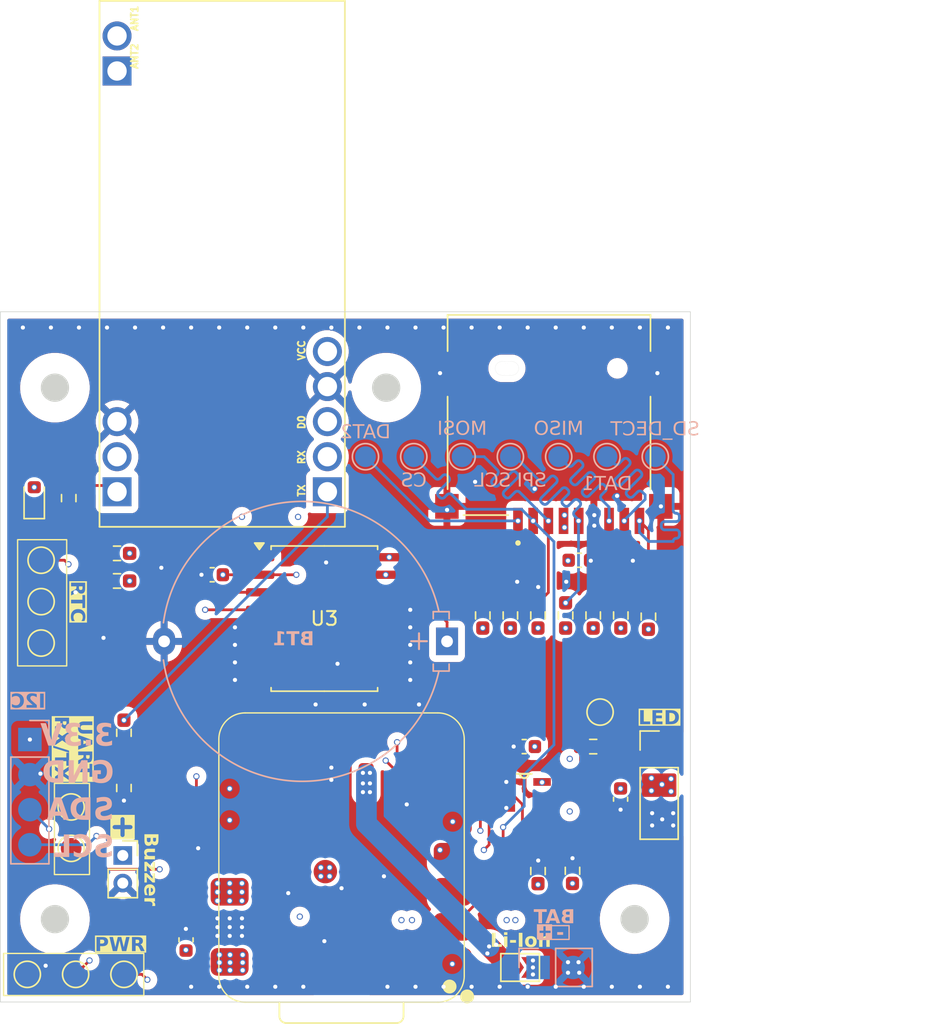
<source format=kicad_pcb>
(kicad_pcb (version 20241229) (generator "pcbnew") (generator_version "9.0")
  (layers (0 "F.Cu" signal) (4 "In1.Cu" signal) (6 "In2.Cu" signal) (8 "In3.Cu" signal) (10 "In4.Cu" signal) (2 "B.Cu" signal) (13 "F.Paste" user) (15 "B.Paste" user) (5 "F.SilkS" user "F.Silkscreen") (7 "B.SilkS" user "B.Silkscreen") (1 "F.Mask" user) (3 "B.Mask" user) (25 "Edge.Cuts" user))
  (net 0 "")
  (net 1 "GND")
  (net 2 "+5V")
  (net 3 "+3.3V")
  (net 4 "Net-(U2-Y)")
  (net 5 "/LED_Din")
  (net 6 "/UART_RX")
  (net 7 "Net-(R3-Pad1)")
  (net 8 "/SD_DECT")
  (net 9 "/MISO")
  (net 10 "/SPI_SCL")
  (net 11 "/MOSI")
  (net 12 "/SPI_CS")
  (net 13 "Net-(D2-K)")
  (net 18 "/Buzzer")
  (net 20 "/LED_Driver")
  (net 22 "Net-(U1-GPIO16_D6_TX)")
  (net 23 "/I2C_SCL")
  (net 26 "/I2C_SDA")
  (net 29 "/DAT2")
  (net 30 "/DAT1")
  (net 31 "Net-(R1-Pad1)")
  (net 32 "Net-(J1-Pin_1)")
  (net 33 "/Battery_Cell")
  (net 34 "Net-(U3-32KHZ)")
  (net 35 "Net-(U3-~{INT}{slash}SQW)")
  (net 36 "Net-(U3-~{RST})")
  (net 37 "Net-(JP1-A)")
  (footprint "Capacitor_SMD:C_0603_1608Metric" (layer "F.Cu") (at 123 97.5 180)
    (property "Reference" "C5" (hide yes))
    (property "Value" "100nF" (hide yes))
  )
  (footprint "Connector_PinHeader_2.54mm:PinHeader_1x03_P2.54mm_Vertical" (layer "F.Cu") (at 128.778 111.252)
    (property "Reference" "J3" (hide yes))
    (property "Value" "LED")
  )
  (footprint "Seeed Studio XIAO Series Library:XIAO-ESP32C6-SMD" (layer "F.Cu") (at 105.54 119 180)
    (property "Reference" "U1" (hide yes))
    (property "Value" "XIAO-ESP32-S3-SMD")
  )
  (footprint "TestPoint:TestPoint_Pad_D1.5mm" (layer "F.Cu") (at 83 127.5)
    (property "Reference" "TP3" (hide yes))
    (property "Value" "GND" (hide yes))
  )
  (footprint "LED_SMD:LED_0603_1608Metric" (layer "F.Cu") (at 83.5 93 90)
    (property "Reference" "D2" (hide yes))
    (property "Value" "LED" (hide yes))
  )
  (footprint "Resistor_SMD:R_0603_1608Metric_Pad0.98x0.95mm_HandSolder" (layer "F.Cu") (at 120 101.5 90)
    (property "Reference" "R14" (hide yes))
    (property "Value" "47k" (hide yes))
  )
  (footprint "Resistor_SMD:R_0603_1608Metric_Pad0.98x0.95mm_HandSolder" (layer "F.Cu") (at 122 101.5 90)
    (property "Reference" "R13" (hide yes))
    (property "Value" "47k" (hide yes))
  )
  (footprint "Resistor_SMD:R_0603_1608Metric_Pad0.98x0.95mm_HandSolder" (layer "F.Cu") (at 90 110 -90)
    (property "Reference" "R3" (hide yes))
    (property "Value" "10K" (hide yes))
  )
  (footprint "Capacitor_SMD:C_0603_1608Metric" (layer "F.Cu") (at 96.393 98.552)
    (property "Reference" "C2" (hide yes))
    (property "Value" "100nF" (hide yes))
  )
  (footprint "TestPoint:TestPoint_Pad_D1.5mm" (layer "F.Cu") (at 84 103.5)
    (property "Reference" "TP1" (hide yes))
    (property "Value" "TestPoint" (hide yes))
  )
  (footprint "Package_SO:SOIC-16W_7.5x10.3mm_P1.27mm" (layer "F.Cu") (at 104.521 101.727)
    (property "Reference" "U3")
    (property "Value" "DS3231M" (hide yes))
  )
  (footprint "Connector_PinSocket_2.00mm:PinSocket_1x02_P2.00mm_Vertical" (layer "F.Cu") (at 89.916 118.888)
    (property "Reference" "BZ1" (hide yes))
    (property "Value" "Buzzer" (hide yes))
  )
  (footprint "Resistor_SMD:R_0603_1608Metric_Pad0.98x0.95mm_HandSolder" (layer "F.Cu") (at 116 101.5 90)
    (property "Reference" "R15" (hide yes))
    (property "Value" "47k" (hide yes))
  )
  (footprint "TestPoint:TestPoint_Pad_D1.5mm" (layer "F.Cu") (at 86.175 118.373)
    (property "Reference" "TP8" (hide yes))
    (property "Value" "UART_TX" (hide yes))
  )
  (footprint "Jumper:SolderJumper-2_P1.3mm_Open_TrianglePad1.0x1.5mm" (layer "F.Cu") (at 118.708 127)
    (property "Reference" "JP1" (hide yes))
    (property "Value" "Li-Ion")
  )
  (footprint "footprints:RDM6300" (layer "F.Cu") (at 97.12 76.03 -90)
    (property "Reference" "RDM1" (hide yes))
    (property "Value" "RDM6300")
  )
  (footprint "Resistor_SMD:R_0603_1608Metric_Pad0.98x0.95mm_HandSolder" (layer "F.Cu") (at 89.5 97 180)
    (property "Reference" "R7" (hide yes))
    (property "Value" "NC" (hide yes))
  )
  (footprint "Resistor_SMD:R_0603_1608Metric_Pad0.98x0.95mm_HandSolder" (layer "F.Cu") (at 89.5 99 180)
    (property "Reference" "R8" (hide yes))
    (property "Value" "NC" (hide yes))
  )
  (footprint "footprints:SOT95P280X145-5N" (layer "F.Cu") (at 119 114.5)
    (property "Reference" "U2" (hide yes))
    (property "Value" "SN74AHCT1G125DBVT" (hide yes))
  )
  (footprint "Capacitor_SMD:C_0603_1608Metric" (layer "F.Cu") (at 119 111)
    (property "Reference" "C3" (hide yes))
    (property "Value" "100nF" (hide yes))
  )
  (footprint "Resistor_SMD:R_0603_1608Metric_Pad0.98x0.95mm_HandSolder" (layer "F.Cu") (at 86 93 -90)
    (property "Reference" "R1" (hide yes))
    (property "Value" "150R" (hide yes))
  )
  (footprint "Resistor_SMD:R_0603_1608Metric_Pad0.98x0.95mm_HandSolder" (layer "F.Cu") (at 124 111)
    (property "Reference" "R2" (hide yes))
    (property "Value" "100R" (hide yes))
  )
  (footprint "Resistor_SMD:R_0603_1608Metric_Pad0.98x0.95mm_HandSolder" (layer "F.Cu") (at 124 101.5 90)
    (property "Reference" "R12" (hide yes))
    (property "Value" "47k" (hide yes))
  )
  (footprint "TestPoint:TestPoint_Pad_D1.5mm" (layer "F.Cu") (at 84 100.5)
    (property "Reference" "TP10" (hide yes))
    (property "Value" "TestPoint" (hide yes))
  )
  (footprint "TestPoint:TestPoint_Pad_D1.5mm" (layer "F.Cu") (at 86.5 127.5)
    (property "Reference" "TP2" (hide yes))
    (property "Value" "+5V" (hide yes))
  )
  (footprint "TestPoint:TestPoint_Pad_D1.5mm" (layer "F.Cu") (at 90 127.5)
    (property "Reference" "TP4" (hide yes))
    (property "Value" "3,3V" (hide yes))
  )
  (footprint "Resistor_SMD:R_0603_1608Metric_Pad0.98x0.95mm_HandSolder" (layer "F.Cu") (at 128 101.5875 90)
    (property "Reference" "R11" (hide yes))
    (property "Value" "47k" (hide yes))
  )
  (footprint "TestPoint:TestPoint_Pad_D1.5mm" (layer "F.Cu") (at 124.5 108.5)
    (property "Reference" "TP5" (hide yes))
    (property "Value" "Din" (hide yes))
  )
  (footprint "Resistor_SMD:R_0603_1608Metric_Pad0.98x0.95mm_HandSolder" (layer "F.Cu") (at 118 101.5 90)
    (property "Reference" "R9" (hide yes))
    (property "Value" "47k" (hide yes))
  )
  (footprint "Capacitor_SMD:C_0603_1608Metric" (layer "F.Cu") (at 125.984 114.808 90)
    (property "Reference" "C4" (hide yes))
    (property "Value" "10µF" (hide yes))
  )
  (footprint "Resistor_SMD:R_0603_1608Metric_Pad0.98x0.95mm_HandSolder" (layer "F.Cu") (at 122.5 120 90)
    (property "Reference" "R6" (hide yes))
    (property "Value" "4k7" (hide yes))
  )
  (footprint "Resistor_SMD:R_0603_1608Metric_Pad0.98x0.95mm_HandSolder" (layer "F.Cu") (at 90 114 -90)
    (property "Reference" "R4" (hide yes))
    (property "Value" "20k" (hide yes))
  )
  (footprint "TestPoint:TestPoint_Pad_D1.5mm" (layer "F.Cu") (at 84 97.5 90)
    (property "Reference" "TP9" (hide yes))
    (property "Value" "TestPoint" (hide yes))
  )
  (footprint "footprints:WURTH_693071020811" (layer "F.Cu") (at 120.8 83.6 180)
    (property "Reference" "J4" (hide yes))
    (property "Value" "MicroSD" (hide yes))
    (fp_line (start 3.4 0.5) (end 2.7 0.5) (stroke (width 0.01)) (layer "Edge.Cuts"))
    (fp_line (start 2.7 -0.5) (end 3.4 -0.5) (stroke (width 0.01)) (layer "Edge.Cuts"))
    (fp_arc (start 3.9 0) (mid 3.753553 0.353553) (end 3.4 0.5) (stroke (width 0.01)) (layer "Edge.Cuts"))
    (fp_arc (start 3.4 -0.5) (mid 3.753553 -0.353553) (end 3.9 0) (stroke (width 0.01)) (layer "Edge.Cuts"))
    (fp_arc (start 2.7 0.5) (mid 2.346447 0.353553) (end 2.2 0) (stroke (width 0.01)) (layer "Edge.Cuts"))
    (fp_arc (start 2.2 0) (mid 2.346447 -0.353553) (end 2.7 -0.5) (stroke (width 0.01)) (layer "Edge.Cuts"))
  )
  (footprint "Resistor_SMD:R_0603_1608Metric_Pad0.98x0.95mm_HandSolder" (layer "F.Cu") (at 126 101.5 90)
    (property "Reference" "R10" (hide yes))
    (property "Value" "47k" (hide yes))
  )
  (footprint "TestPoint:TestPoint_Pad_D1.5mm" (layer "F.Cu") (at 86.175 115.373)
    (property "Reference" "TP7" (hide yes))
    (property "Value" "UART_RX" (hide yes))
  )
  (footprint "Resistor_SMD:R_0603_1608Metric_Pad0.98x0.95mm_HandSolder" (layer "F.Cu") (at 120 120.015 90)
    (property "Reference" "R5" (hide yes))
    (property "Value" "4k7" (hide yes))
  )
  (footprint "Capacitor_SMD:C_0603_1608Metric" (layer "F.Cu") (at 94.5 125 -90)
    (property "Reference" "C1" (hide yes))
    (property "Value" "10µF" (hide yes))
  )
  (footprint "TestPoint:TestPoint_Pad_D1.5mm" (layer "B.Cu") (at 107.5 90)
    (property "Reference" "TP15" (hide yes))
    (property "Value" "DAT2")
  )
  (footprint "TestPoint:TestPoint_Pad_D1.5mm" (layer "B.Cu") (at 111 90 180)
    (property "Reference" "TP5" (hide yes))
    (property "Value" "CS")
  )
  (footprint "TestPoint:TestPoint_Pad_D1.5mm" (layer "B.Cu") (at 128.5 90 180)
    (property "Reference" "TP6" (hide yes))
    (property "Value" "SD_DECT")
  )
  (footprint "Battery:Battery_Panasonic_CR2032-HFN_Horizontal_CircularHoles" (layer "B.Cu") (at 113.411 103.378 180)
    (property "Reference" "BT1")
    (property "Value" "Battery_Cell" (hide yes))
  )
  (footprint "TestPoint:TestPoint_Pad_D1.5mm" (layer "B.Cu") (at 125 90 180)
    (property "Reference" "TP14" (hide yes))
    (property "Value" "DAT1")
  )
  (footprint "Connector_PinHeader_2.54mm:PinHeader_1x02_P2.54mm_Vertical" (layer "B.Cu") (at 120.01 127 -90)
    (property "Reference" "J1" (hide yes))
    (property "Value" "Conn_01x02_Pin" (hide yes))
  )
  (footprint "TestPoint:TestPoint_Pad_D1.5mm" (layer "B.Cu") (at 114.5 90 180)
    (property "Reference" "TP11" (hide yes))
    (property "Value" "MOSI")
  )
  (footprint "Connector_PinHeader_2.54mm:PinHeader_1x04_P2.54mm_Vertical" (layer "B.Cu") (at 83.185 110.49 180)
    (property "Reference" "J2" (hide yes))
    (property "Value" "I2C")
  )
  (footprint "TestPoint:TestPoint_Pad_D1.5mm" (layer "B.Cu") (at 121.5 90 180)
    (property "Reference" "TP12" (hide yes))
    (property "Value" "MISO")
  )
  (footprint "TestPoint:TestPoint_Pad_D1.5mm" (layer "B.Cu") (at 118 90 180)
    (property "Reference" "TP13" (hide yes))
    (property "Value" "SPI SCL")
  )
  (gr_rect (start 81.28 125.984) (end 91.44 129.032) (stroke (width 0.1)) (fill no) (layer "F.SilkS"))
  (gr_rect (start 84.963 113.665) (end 87.503 120.269) (stroke (width 0.1)) (fill no) (layer "F.SilkS"))
  (gr_rect (start 82.296 96.012) (end 85.852 105.156) (stroke (width 0.1)) (fill no) (layer "F.SilkS"))
  (gr_rect (start 120.0644 123.968) (end 122.2516 124.968) (stroke (width 0.1)) (fill no) (layer "B.SilkS"))
  (gr_circle (center 85 123.5) (end 86 123.5) (stroke (width 0.05)) (fill yes) (layer "Edge.Cuts"))
  (gr_circle (center 85 85) (end 86 85) (stroke (width 0.05)) (fill yes) (layer "Edge.Cuts"))
  (gr_rect (start 81.045 79.502) (end 131.045 129.502) (stroke (width 0.05)) (fill no) (layer "Edge.Cuts"))
  (gr_circle (center 127 123.5) (end 128 123.5) (stroke (width 0.05)) (fill yes) (layer "Edge.Cuts"))
  (gr_circle (center 109 85) (end 110 85) (stroke (width 0.05)) (fill yes) (layer "Edge.Cuts"))
  (gr_text "UART\nRX/TX" (at 84.836 111.125 270) (layer "F.SilkS" knockout) (effects (font (size 1 1) (thickness 0.1)) (justify bottom)))
  (gr_text "+" (at 88.773 117.602 0) (layer "F.SilkS" knockout) (effects (font (size 1.5 1.5) (thickness 0.3) (bold yes)) (justify left bottom)))
  (gr_text "Buzzer" (at 91.313 117.221 270) (layer "F.SilkS") (effects (font (size 1 1) (thickness 0.1)) (justify left bottom)))
  (gr_text "RTC" (at 86 99 270) (layer "F.SilkS" knockout) (effects (font (size 1 1)) (justify left bottom)))
  (gr_text "PWR" (at 87.884 125.984 0) (layer "F.SilkS" knockout) (effects (font (size 1 1) (thickness 0.1)) (justify left bottom)))
  (gr_text "-" (at 121.896 123.968 180) (layer "B.SilkS") (effects (font (size 1 1) (thickness 0.1)) (justify left bottom)))
  (gr_text "BAT" (at 122.682 123.968 0) (layer "B.SilkS") (effects (font (size 1 1) (thickness 0.1)) (justify left bottom mirror)))
  (gr_text "+" (at 121.0578 123.8076 180) (layer "B.SilkS" knockout) (effects (font (size 1 1) (thickness 0.1)) (justify left bottom)))
  (gr_text "3.3V\nGND\nSDA\nSCL" (at 89.281 114.3 0) (layer "B.SilkS") (effects (font (size 1.6 1.5) (thickness 0.3) (bold yes)) (justify left mirror)))
  (segment (start 109.171 101.092) (end 110.744 101.092) (width 0.2) (layer "F.Cu") (net 1))
  (segment (start 109.171 102.362) (end 110.744 102.362) (width 0.2) (layer "F.Cu") (net 1))
  (segment (start 99.871 102.362) (end 98.044 102.362) (width 0.2) (layer "F.Cu") (net 1))
  (segment (start 110.744 104.902) (end 109.171 104.902) (width 0.2) (layer "F.Cu") (net 1))
  (segment (start 98.044 106.172) (end 99.871 106.172) (width 0.2) (layer "F.Cu") (net 1))
  (segment (start 98.044 103.632) (end 99.871 103.632) (width 0.2) (layer "F.Cu") (net 1))
  (segment (start 84.328 126.873) (end 83.627 126.873) (width 0.2) (layer "F.Cu") (net 1))
  (segment (start 98.044 104.902) (end 99.871 104.902) (width 0.2) (layer "F.Cu") (net 1))
  (segment (start 110.744 103.632) (end 109.171 103.632) (width 0.2) (layer "F.Cu") (net 1))
  (segment (start 83.627 126.873) (end 83 127.5) (width 0.2) (layer "F.Cu") (net 1))
  (segment (start 110.744 106.172) (end 109.171 106.172) (width 0.2) (layer "F.Cu") (net 1))
  (via (at 90 114.9125) (size 0.45) (drill 0.3) (layers "F.Cu" "B.Cu") (net 1))
  (via (at 121.285 128.397) (size 0.45) (drill 0.3) (layers "F.Cu" "B.Cu") (net 1))
  (via (at 118.237 110.998) (size 0.45) (drill 0.3) (layers "F.Cu" "B.Cu") (net 1))
  (via (at 119.253 80.645) (size 0.45) (drill 0.3) (layers "F.Cu" "B.Cu") (net 1))
  (via (at 112.903 83.947) (size 0.45) (drill 0.3) (layers "F.Cu" "B.Cu") (net 1))
  (via (at 110.744 102.362) (size 0.45) (drill 0.3) (layers "F.Cu" "B.Cu") (net 1))
  (via (at 129.413 80.645) (size 0.45) (drill 0.3) (layers "F.Cu" "B.Cu") (net 1))
  (via (at 98.552 124.079) (size 0.45) (drill 0.3) (layers "F.Cu" "B.Cu") (net 1))
  (via (at 86.741 80.645) (size 0.45) (drill 0.3) (layers "F.Cu" "B.Cu") (net 1))
  (via (at 102.997 128.397) (size 0.45) (drill 0.3) (layers "F.Cu" "B.Cu") (net 1))
  (via (at 113.157 80.645) (size 0.45) (drill 0.3) (layers "F.Cu" "B.Cu") (net 1))
  (via (at 101.9048 121.6152) (size 0.45) (drill 0.3) (layers "F.Cu" "B.Cu") (net 1))
  (via (at 124.079 94.234) (size 0.45) (drill 0.3) (layers "F.Cu" "B.Cu") (net 1))
  (via (at 125.73 92.837) (size 0.45) (drill 0.3) (layers "F.Cu" "B.Cu") (net 1))
  (via (at 92.71 98.044) (size 0.45) (drill 0.3) (layers "F.Cu" "B.Cu") (net 1))
  (via (at 107.442 107.95) (size 0.45) (drill 0.3) (layers "F.Cu" "B.Cu") (net 1))
  (via (at 103.886 107.95) (size 0.45) (drill 0.3) (layers "F.Cu" "B.Cu") (net 1))
  (via (at 123.825 97.536) (size 0.45) (drill 0.3) (layers "F.Cu" "B.Cu") (net 1))
  (via (at 104.521 125.095) (size 0.45) (drill 0.3) (layers "F.Cu" "B.Cu") (net 1))
  (via (at 98.552 124.714) (size 0.45) (drill 0.3) (layers "F.Cu" "B.Cu") (net 1))
  (via (at 88.519 103.124) (size 0.45) (drill 0.3) (layers "F.Cu" "B.Cu") (net 1))
  (via (at 129.794 115.824) (size 0.45) (drill 0.3) (layers "F.Cu" "B.Cu") (net 1))
  (via (at 119.761 92.329) (size 0.45) (drill 0.3) (layers "F.Cu" "B.Cu") (net 1))
  (via (at 122.174 127.381) (size 0.45) (drill 0.3) (layers "F.Cu" "B.Cu") (net 1))
  (via (at 88.773 80.645) (size 0.45) (drill 0.3) (layers "F.Cu" "B.Cu") (net 1))
  (via (at 83.95 112.96) (size 0.45) (drill 0.3) (layers "F.Cu" "B.Cu") (net 1))
  (via (at 110.744 106.172) (size 0.45) (drill 0.3) (layers "F.Cu" "B.Cu") (net 1))
  (via (at 113.411 93.853) (size 0.45) (drill 0.3) (layers "F.Cu" "B.Cu") (net 1))
  (via (at 117.7046 115.443) (size 0.45) (drill 0.3) (layers "F.Cu" "B.Cu") (net 1))
  (via (at 97.663 123.444) (size 0.45) (drill 0.3) (layers "F.Cu" "B.Cu") (net 1))
  (via (at 121.285 80.645) (size 0.45) (drill 0.3) (layers "F.Cu" "B.Cu") (net 1))
  (via (at 125.984 115.57) (size 0.45) (drill 0.3) (layers "F.Cu" "B.Cu") (net 1))
  (via (at 129 116.27) (size 0.45) (drill 0.3) (layers "F.Cu" "B.Cu") (net 1))
  (via (at 86.487 99.822) (size 0.45) (drill 0.3) (layers "F.Cu" "B.Cu") (net 1))
  (via (at 125.349 80.645) (size 0.45) (drill 0.3) (layers "F.Cu" "B.Cu") (net 1))
  (via (at 98.933 128.397) (size 0.45) (drill 0.3) (layers "F.Cu" "B.Cu") (net 1))
  (via (at 108.839 120.396) (size 0.45) (drill 0.3) (layers "F.Cu" "B.Cu") (net 1))
  (via (at 98.044 104.902) (size 0.45) (drill 0.3) (layers "F.Cu" "B.Cu") (net 1))
  (via (at 128.27 116.713) (size 0.45) (drill 0.3) (layers "F.Cu" "B.Cu") (net 1))
  (via (at 122.174 126.619) (size 0.45) (drill 0.3) (layers "F.Cu" "B.Cu") (net 1))
  (via (at 129.413 128.397) (size 0.45) (drill 0.3) (layers "F.Cu" "B.Cu") (net 1))
  (via (at 94.488 124.206) (size 0.45) (drill 0.3) (layers "F.Cu" "B.Cu") (net 1))
  (via (at 90.805 80.645) (size 0.45) (drill 0.3) (layers "F.Cu" "B.Cu") (net 1))
  (via (at 98.044 106.172) (size 0.45) (drill 0.3) (layers "F.Cu" "B.Cu") (net 1))
  (via (at 84.328 126.873) (size 0.45) (drill 0.3) (layers "F.Cu" "B.Cu") (net 1))
  (via (at 126.873 97.536) (size 0.45) (drill 0.3) (layers "F.Cu" "B.Cu") (net 1))
  (via (at 127.381 80.645) (size 0.45) (drill 0.3) (layers "F.Cu" "B.Cu") (net 1))
  (via (at 84.709 80.645) (size 0.45) (drill 0.3) (layers "F.Cu" "B.Cu") (net 1))
  (via (at 113.157 128.397) (size 0.45) (drill 0.3) (layers "F.Cu" "B.Cu") (net 1))
  (via (at 110.744 101.092) (size 0.45) (drill 0.3) (layers "F.Cu" "B.Cu") (net 1))
  (via (at 110.744 104.902) (size 0.45) (drill 0.3) (layers "F.Cu" "B.Cu") (net 1))
  (via (at 109.093 80.645) (size 0.45) (drill 0.3) (layers "F.Cu" "B.Cu") (net 1))
  (via (at 120.015 99.441) (size 0.45) (drill 0.3) (layers "F.Cu" "B.Cu") (net 1))
  (via (at 117.7046 113.5602) (size 0.45) (drill 0.3) (layers "F.Cu" "B.Cu") (net 1))
  (via (at 105.029 80.645) (size 0.45) (drill 0.3) (layers "F.Cu" "B.Cu") (net 1))
  (via (at 104.648 97.663) (size 0.45) (drill 0.3) (layers "F.Cu" "B.Cu") (net 1))
  (via (at 122.936 126.619) (size 0.45) (drill 0.3) (layers "F.Cu" "B.Cu") (net 1))
  (via (at 94.869 80.645) (size 0.45) (drill 0.3) (layers "F.Cu" "B.Cu") (net 1))
  (via (at 94.869 128.397) (size 0.45) (drill 0.3) (layers "F.Cu" "B.Cu") (net 1))
  (via (at 128.905 93.599) (size 0.45) (drill 0.3) (layers "F.Cu" "B.Cu") (net 1))
  (via (at 82.677 80.645) (size 0.45) (drill 0.3) (layers "F.Cu" "B.Cu") (net 1))
  (via (at 95.377 118.364) (size 0.45) (drill 0.3) (layers "F.Cu" "B.Cu") (net 1))
  (via (at 115.443 91.821) (size 0.45) (drill 0.3) (layers "F.Cu" "B.Cu") (net 1))
  (via (at 119.253 128.397) (size 0.45) (drill 0.3) (layers "F.Cu" "B.Cu") (net 1))
  (via (at 122.9868 127.381) (size 0.45) (drill 0.3) (layers "F.Cu" "B.Cu") (net 1))
  (via (at 98.933 80.645) (size 0.45) (drill 0.3) (layers "F.Cu" "B.Cu") (net 1))
  (via (at 111.379 107.95) (size 0.45) (drill 0.3) (layers "F.Cu" "B.Cu") (net 1))
  (via (at 96.901 80.645) (size 0.45) (drill 0.3) (layers "F.Cu" "B.Cu") (net 1))
  (via (at 115.189 80.645) (size 0.45) (drill 0.3) (layers "F.Cu" "B.Cu") (net 1))
  (via (at 117.221 80.645) (size 0.45) (drill 0.3) (layers "F.Cu" "B.Cu") (net 1))
  (via (at 96.774 123.444) (size 0.45) (drill 0.3) (layers "F.Cu" "B.Cu") (net 1))
  (via (at 118.491 99.06) (size 0.45) (drill 0.3) (layers "F.Cu" "B.Cu") (net 1))
  (via (at 111.125 128.397) (size 0.45) (drill 0.3) (layers "F.Cu" "B.Cu") (net 1))
  (via (at 123.317 80.645) (size 0.45) (drill 0.3) (layers "F.Cu" "B.Cu") (net 1))
  (via (at 115.189 128.397) (size 0.45) (drill 0.3) (layers "F.Cu" "B.Cu") (net 1))
  (via (at 111.125 80.645) (size 0.45) (drill 0.3) (layers "F.Cu" "B.Cu") (net 1))
  (via (at 127.381 128.397) (size 0.45) (drill 0.3) (layers "F.Cu" "B.Cu") (net 1))
  (via (at 129.794 116.713) (size 0.45) (drill 0.3) (layers "F.Cu" "B.Cu") (net 1))
  (via (at 117.221 128.397) (size 0.45) (drill 0.3) (layers "F.Cu" "B.Cu") (net 1))
  (via (at 98.552 123.444) (size 0.45) (drill 0.3) (layers "F.Cu" "B.Cu") (net 1))
  (via (at 122.047 99.06) (size 0.45) (drill 0.3) (layers "F.Cu" "B.Cu") (net 1))
  (via (at 110.49 115.189) (size 0.45) (drill 0.3) (layers "F.Cu" "B.Cu") (net 1))
  (via (at 123.317 128.397) (size 0.45) (drill 0.3) (layers "F.Cu" "B.Cu") (net 1))
  (via (at 102.997 80.645) (size 0.45) (drill 0.3) (layers "F.Cu" "B.Cu") (net 1))
  (via (at 92.837 80.645) (size 0.45) (drill 0.3) (layers "F.Cu" "B.Cu") (net 1))
  (via (at 125.349 128.397) (size 0.45) (drill 0.3) (layers "F.Cu" "B.Cu") (net 1))
  (via (at 128.651 83.947) (size 0.45) (drill 0.3) (layers "F.Cu" "B.Cu") (net 1))
  (via (at 105.029 113.411) (size 0.45) (drill 0.3) (layers "F.Cu" "B.Cu") (net 1))
  (via (at 107.061 80.645) (size 0.45) (drill 0.3) (layers "F.Cu" "B.Cu") (net 1))
  (via (at 98.044 102.362) (size 0.45) (drill 0.3) (layers "F.Cu" "B.Cu") (net 1))
  (via (at 110.744 103.632) (size 0.45) (drill 0.3) (layers "F.Cu" "B.Cu") (net 1))
  (via (at 96.774 124.079) (size 0.45) (drill 0.3) (layers "F.Cu" "B.Cu") (net 1))
  (via (at 96.901 128.397) (size 0.45) (drill 0.3) (layers "F.Cu" "B.Cu") (net 1))
  (via (at 105.029 112.522) (size 0.45) (drill 0.3) (layers "F.Cu" "B.Cu") (net 1))
  (via (at 120.015 119.253) (size 0.45) (drill 0.3) (layers "F.Cu" "B.Cu") (net 1))
  (via (at 109.093 128.397) (size 0.45) (drill 0.3) (layers "F.Cu" "B.Cu") (net 1))
  (via (at 105.475 105) (size 0.45) (drill 0.3) (layers "F.Cu" "B.Cu") (net 1))
  (via (at 128.27 115.824) (size 0.45) (drill 0.3) (layers "F.Cu" "B.Cu") (net 1))
  (via (at 124.079 94.996) (size 0.45) (drill 0.3) (layers "F.Cu" "B.Cu") (net 1))
  (via (at 100.965 80.645) (size 0.45) (drill 0.3) (layers "F.Cu" "B.Cu") (net 1))
  (via (at 95.618 98.552) (size 0.45) (drill 0.3) (layers "F.Cu" "B.Cu") (net 1))
  (via (at 100.965 128.397) (size 0.45) (drill 0.3) (layers "F.Cu" "B.Cu") (net 1))
  (via (at 97.663 124.714) (size 0.45) (drill 0.3) (layers "F.Cu" "B.Cu") (net 1))
  (via (at 98.044 103.632) (size 0.45) (drill 0.3) (layers "F.Cu" "B.Cu") (net 1))
  (via (at 105.7656 121.2596) (size 0.45) (drill 0.3) (layers "F.Cu" "B.Cu") (net 1))
  (via (at 97.663 124.079) (size 0.45) (drill 0.3) (layers "F.Cu" "B.Cu") (net 1))
  (via (at 122.5 119.0875) (size 0.45) (drill 0.3) (layers "F.Cu" "B.Cu") (net 1))
  (via (at 96.774 124.714) (size 0.45) (drill 0.3) (layers "F.Cu" "B.Cu") (net 1))
  (segment (start 87.5055 126.4945) (end 86.5 127.5) (width 0.2) (layer "F.Cu") (net 2))
  (via (at 128.2192 114.1984) (size 0.45) (drill 0.3) (layers "F.Cu" "B.Cu") (net 2))
  (via (at 98.6028 127.2032) (size 0.45) (drill 0.3) (layers "F.Cu" "B.Cu") (net 2))
  (via (at 128.2192 113.284) (size 0.45) (drill 0.3) (layers "F.Cu" "B.Cu") (net 2))
  (via (at 97.6884 127.2032) (size 0.45) (drill 0.3) (layers "F.Cu" "B.Cu") (net 2))
  (via (at 129.6416 113.3348) (size 0.45) (drill 0.3) (layers "F.Cu" "B.Cu") (net 2))
  (via (at 120.2944 113.5888) (size 0.45) (drill 0.3) (layers "F.Cu" "B.Cu") (net 2))
  (via (at 96.9264 126.6444) (size 0.45) (drill 0.3) (layers "F.Cu" "B.Cu") (net 2))
  (via (at 94.488 125.73) (size 0.45) (drill 0.3) (layers "F.Cu" "B.Cu") (net 2))
  (via (at 98.6028 126.0856) (size 0.45) (drill 0.3) (layers "F.Cu" "B.Cu") (net 2))
  (via (at 87.5055 126.4945) (size 0.45) (drill 0.3) (layers "F.Cu" "B.Cu") (net 2))
  (via (at 129.6416 114.2492) (size 0.45) (drill 0.3) (layers "F.Cu" "B.Cu") (net 2))
  (via (at 98.6028 126.6444) (size 0.45) (drill 0.3) (layers "F.Cu" "B.Cu") (net 2))
  (via (at 119.761 110.998) (size 0.45) (drill 0.3) (layers "F.Cu" "B.Cu") (net 2))
  (via (at 97.6884 126.0856) (size 0.45) (drill 0.3) (layers "F.Cu" "B.Cu") (net 2))
  (via (at 97.6884 126.6444) (size 0.45) (drill 0.3) (layers "F.Cu" "B.Cu") (net 2))
  (via (at 125.984 114.046) (size 0.45) (drill 0.3) (layers "F.Cu" "B.Cu") (net 2))
  (via (at 128.9812 113.7412) (size 0.45) (drill 0.3) (layers "F.Cu" "B.Cu") (net 2))
  (via (at 96.9264 127.2032) (size 0.45) (drill 0.3) (layers "F.Cu" "B.Cu") (net 2))
  (via (at 96.9264 126.0856) (size 0.45) (drill 0.3) (layers "F.Cu" "B.Cu") (net 2))
  (segment (start 91.305 127.5) (end 91.694 127.889) (width 0.2) (layer "F.Cu") (net 3))
  (segment (start 99.871 98.552) (end 102.489 98.552) (width 0.2) (layer "F.Cu") (net 3))
  (segment (start 90 127.5) (end 91.305 127.5) (width 0.2) (layer "F.Cu") (net 3))
  (segment (start 97.676 98.552) (end 99.871 98.552) (width 0.2) (layer "F.Cu") (net 3))
  (via (at 104.267 120.396) (size 0.45) (drill 0.3) (layers "F.Cu" "B.Cu") (net 3))
  (via (at 83.5 92.2125) (size 0.45) (drill 0.3) (layers "F.Cu" "B.Cu") (net 3))
  (via (at 126 102.4125) (size 0.45) (drill 0.3) (layers "F.Cu" "B.Cu") (net 3))
  (via (at 97.168 98.552) (size 0.45) (drill 0.3) (layers "F.Cu" "B.Cu") (net 3))
  (via (at 102.616 94.361) (size 0.45) (drill 0.3) (layers "F.Cu" "B.Cu") (net 3))
  (via (at 120 121) (size 0.45) (drill 0.3) (layers "F.Cu" "B.Cu") (net 3))
  (via (at 90.4125 99) (size 0.45) (drill 0.3) (layers "F.Cu" "B.Cu") (net 3))
  (via (at 121.92 95.123) (size 0.45) (drill 0.3) (layers "F.Cu" "B.Cu") (net 3))
  (via (at 118 102.4125) (size 0.45) (drill 0.3) (layers "F.Cu" "B.Cu") (net 3))
  (via (at 110.109 123.571) (size 0.45) (drill 0.3) (layers "F.Cu" "B.Cu") (net 3))
  (via (at 102.743 123.317) (size 0.45) (drill 0.3) (layers "F.Cu" "B.Cu") (net 3))
  (via (at 98.552 94.361) (size 0.45) (drill 0.3) (layers "F.Cu" "B.Cu") (net 3))
  (via (at 117.729 123.571) (size 0.45) (drill 0.3) (layers "F.Cu" "B.Cu") (net 3))
  (via (at 122.301 111.887) (size 0.45) (drill 0.3) (layers "F.Cu" "B.Cu") (net 3))
  (via (at 104.902 120.396) (size 0.45) (drill 0.3) (layers "F.Cu" "B.Cu") (net 3))
  (via (at 122 102.4125) (size 0.45) (drill 0.3) (layers "F.Cu" "B.Cu") (net 3))
  (via (at 97.663 120.904) (size 0.45) (drill 0.3) (layers "F.Cu" "B.Cu") (net 3))
  (via (at 121.92 94.234) (size 0.45) (drill 0.3) (layers "F.Cu" "B.Cu") (net 3))
  (via (at 104.902 119.761) (size 0.45) (drill 0.3) (layers "F.Cu" "B.Cu") (net 3))
  (via (at 118.364 123.571) (size 0.45) (drill 0.3) (layers "F.Cu" "B.Cu") (net 3))
  (via (at 98.552 121.539) (size 0.45) (drill 0.3) (layers "F.Cu" "B.Cu") (net 3))
  (via (at 104.267 119.761) (size 0.45) (drill 0.3) (layers "F.Cu" "B.Cu") (net 3))
  (via (at 122.174 97.536) (size 0.45) (drill 0.3) (layers "F.Cu" "B.Cu") (net 3))
  (via (at 128 102.5) (size 0.45) (drill 0.3) (layers "F.Cu" "B.Cu") (net 3))
  (via (at 110.871 123.571) (size 0.45) (drill 0.3) (layers "F.Cu" "B.Cu") (net 3))
  (via (at 97.663 122.174) (size 0.45) (drill 0.3) (layers "F.Cu" "B.Cu") (net 3))
  (via (at 97.663 121.539) (size 0.45) (drill 0.3) (layers "F.Cu" "B.Cu") (net 3))
  (via (at 98.552 122.174) (size 0.45) (drill 0.3) (layers "F.Cu" "B.Cu") (net 3))
  (via (at 116 102.4125) (size 0.45) (drill 0.3) (layers "F.Cu" "B.Cu") (net 3))
  (via (at 102.489 98.552) (size 0.45) (drill 0.3) (layers "F.Cu" "B.Cu") (net 3))
  (via (at 83.185 110.49) (size 0.45) (drill 0.3) (layers "F.Cu" "B.Cu") (net 3))
  (via (at 90.4125 97) (size 0.45) (drill 0.3) (layers "F.Cu" "B.Cu") (net 3))
  (via (at 124 102.4125) (size 0.45) (drill 0.3) (layers "F.Cu" "B.Cu") (net 3))
  (via (at 120 102.4125) (size 0.45) (drill 0.3) (layers "F.Cu" "B.Cu") (net 3))
  (via (at 98.552 120.904) (size 0.45) (drill 0.3) (layers "F.Cu" "B.Cu") (net 3))
  (via (at 96.774 122.174) (size 0.45) (drill 0.3) (layers "F.Cu" "B.Cu") (net 3))
  (via (at 122.5 120.9125) (size 0.45) (drill 0.3) (layers "F.Cu" "B.Cu") (net 3))
  (via (at 96.774 121.539) (size 0.45) (drill 0.3) (layers "F.Cu" "B.Cu") (net 3))
  (via (at 91.694 127.889) (size 0.45) (drill 0.3) (layers "F.Cu" "B.Cu") (net 3))
  (via (at 96.774 120.904) (size 0.45) (drill 0.3) (layers "F.Cu" "B.Cu") (net 3))
  (via (at 122.301 115.697) (size 0.45) (drill 0.3) (layers "F.Cu" "B.Cu") (net 3))
  (segment (start 123.0875 111) (end 123.0875 112.6477) (width 0.2) (layer "F.Cu") (net 4))
  (segment (start 123.0875 112.6477) (end 120.2954 115.4398) (width 0.2) (layer "F.Cu") (net 4))
  (segment (start 124.9125 108.9125) (end 124.5 108.5) (width 0.2) (layer "F.Cu") (net 5))
  (segment (start 124.9125 111) (end 124.9125 108.9125) (width 0.2) (layer "F.Cu") (net 5))
  (segment (start 124.9125 111) (end 128.81 111) (width 0.2) (layer "F.Cu") (net 5))
  (segment (start 128.81 111) (end 129 111.19) (width 0.2) (layer "F.Cu") (net 5))
  (segment (start 88.4605 113.0875) (end 90 113.0875) (width 0.2) (layer "F.Cu") (net 6))
  (segment (start 90 113.0875) (end 90 110.9125) (width 0.2) (layer "F.Cu") (net 6))
  (segment (start 90 110.9125) (end 97.2106 110.9125) (width 0.2) (layer "F.Cu") (net 6))
  (segment (start 86.175 115.373) (end 88.4605 113.0875) (width 0.2) (layer "F.Cu") (net 6))
  (segment (start 97.2106 110.9125) (end 97.6566 111.3585) (width 0.2) (layer "F.Cu") (net 6))
  (via (at 90 109.0875) (size 0.45) (drill 0.3) (layers "F.Cu" "B.Cu") (net 7))
  (segment (start 90 109.0875) (end 104.74 94.3475) (width 0.2) (layer "B.Cu") (net 7))
  (segment (start 104.74 94.3475) (end 104.74 92.54) (width 0.2) (layer "B.Cu") (net 7))
  (segment (start 128 95.3) (end 127.35 94.65) (width 0.2) (layer "F.Cu") (net 8))
  (segment (start 128 100.675) (end 128 95.3) (width 0.2) (layer "F.Cu") (net 8))
  (via (at 127.35 94.65) (size 0.45) (drill 0.3) (layers "F.Cu" "B.Cu") (net 8))
  (via (at 113.792 126.746) (size 0.45) (drill 0.3) (layers "F.Cu" "B.Cu") (net 8))
  (segment (start 129.173796 95.299) (end 130.019414 95.299) (width 0.2) (layer "B.Cu") (net 8))
  (segment (start 128.016 96.139) (end 129.794 96.139) (width 0.2) (layer "B.Cu") (net 8))
  (segment (start 129.794 91.294) (end 129.794 93.873598) (width 0.2) (layer "B.Cu") (net 8))
  (segment (start 129.173796 94.699) (end 130.019402 94.699) (width 0.2) (layer "B.Cu") (net 8))
  (segment (start 127.35 95.473) (end 128.016 96.139) (width 0.2) (layer "B.Cu") (net 8))
  (segment (start 130.244804 94.473598) (end 130.244804 94.324402) (width 0.2) (layer "B.Cu") (net 8))
  (segment (start 130.244828 95.688172) (end 130.244828 95.524414) (width 0.2) (layer "B.Cu") (net 8))
  (segment (start 128.5 90) (end 129.794 91.294) (width 0.2) (layer "B.Cu") (net 8))
  (segment (start 127.35 94.65) (end 127.35 95.473) (width 0.2) (layer "B.Cu") (net 8))
  (segment (start 128.933796 95.059) (end 128.933796 94.939) (width 0.2) (layer "B.Cu") (net 8))
  (arc (start 130.244828 95.524414) (mid 130.178806 95.365022) (end 130.019414 95.299) (width 0.2) (layer "B.Cu") (net 8))
  (arc (start 130.019414 95.913586) (mid 130.178806 95.847564) (end 130.244828 95.688172) (width 0.2) (layer "B.Cu") (net 8))
  (arc (start 128.933796 94.939) (mid 129.00409 94.769294) (end 129.173796 94.699) (width 0.2) (layer "B.Cu") (net 8))
  (arc (start 129.794 96.139) (mid 129.860022 95.979608) (end 130.019414 95.913586) (width 0.2) (layer "B.Cu") (net 8))
  (arc (start 130.244804 94.324402) (mid 130.178785 94.165019) (end 130.019402 94.099) (width 0.2) (layer "B.Cu") (net 8))
  (arc (start 129.173796 95.299) (mid 129.00409 95.228706) (end 128.933796 95.059) (width 0.2) (layer "B.Cu") (net 8))
  (arc (start 130.019402 94.699) (mid 130.178785 94.632981) (end 130.244804 94.473598) (width 0.2) (layer "B.Cu") (net 8))
  (arc (start 130.019402 94.099) (mid 129.860019 94.032981) (end 129.794 93.873598) (width 0.2) (layer "B.Cu") (net 8))
  (segment (start 125.15 99.4375) (end 124 100.5875) (width 0.2) (layer "F.Cu") (net 9))
  (segment (start 125.15 94.65) (end 125.15 99.4375) (width 0.2) (layer "F.Cu") (net 9))
  (via (at 97.663 116.332) (size 0.45) (drill 0.3) (layers "F.Cu" "B.Cu") (net 9))
  (via (at 125.15 94.65) (size 0.45) (drill 0.3) (layers "F.Cu" "B.Cu") (net 9))
  (segment (start 123.161795 91.661795) (end 122.848562 91.975025) (width 0.2) (layer "B.Cu") (net 9))
  (segment (start 124.889215 92.140559) (end 124.80436 92.055704) (width 0.2) (layer "B.Cu") (net 9))
  (segment (start 125.15 94.65) (end 125.15 93.65) (width 0.2) (layer "B.Cu") (net 9))
  (segment (start 124.010327 92.510327) (end 123.697107 92.823544) (width 0.2) (layer "B.Cu") (net 9))
  (segment (start 124.010325 92.510326) (end 124.464948 92.055704) (width 0.2) (layer "B.Cu") (net 9))
  (segment (start 123.616398 91.20719) (end 123.161793 91.661794) (width 0.2) (layer "B.Cu") (net 9))
  (segment (start 125.15 93.65) (end 124.604299 93.104299) (width 0.2) (layer "B.Cu") (net 9))
  (segment (start 122.737529 91.237529) (end 123.192155 90.782902) (width 0.2) (layer "B.Cu") (net 9))
  (segment (start 122.76789 90.358637) (end 122.482969 90.643557) (width 0.2) (layer "B.Cu") (net 9))
  (segment (start 122.509152 91.975026) (end 122.424297 91.890171) (width 0.2) (layer "B.Cu") (net 9))
  (segment (start 123.161793 91.661794) (end 123.161795 91.661795) (width 0.2) (layer "B.Cu") (net 9))
  (segment (start 124.604299 92.764887) (end 124.889215 92.47997) (width 0.2) (layer "B.Cu") (net 9))
  (segment (start 124.010325 92.510326) (end 124.010327 92.510327) (width 0.2) (layer "B.Cu") (net 9))
  (segment (start 123.192155 90.443491) (end 123.107301 90.358637) (width 0.2) (layer "B.Cu") (net 9))
  (segment (start 123.586061 92.086061) (end 124.040665 91.631456) (width 0.2) (layer "B.Cu") (net 9))
  (segment (start 123.586059 92.086058) (end 123.586061 92.086061) (width 0.2) (layer "B.Cu") (net 9))
  (segment (start 122.737527 91.237526) (end 122.737529 91.237529) (width 0.2) (layer "B.Cu") (net 9))
  (segment (start 121.7797 90.2797) (end 121.5 90) (width 0.2) (layer "B.Cu") (net 9))
  (segment (start 122.058705 90.558705) (end 121.7797 90.2797) (width 0.2) (layer "B.Cu") (net 9))
  (segment (start 122.424297 91.550759) (end 122.737527 91.237526) (width 0.2) (layer "B.Cu") (net 9))
  (segment (start 122.143557 90.643557) (end 122.058705 90.558705) (width 0.2) (layer "B.Cu") (net 9))
  (segment (start 124.040665 91.292045) (end 123.95581 91.20719) (width 0.2) (layer "B.Cu") (net 9))
  (segment (start 123.272842 92.399278) (end 123.586059 92.086058) (width 0.2) (layer "B.Cu") (net 9))
  (segment (start 123.357697 92.823545) (end 123.272842 92.73869) (width 0.2) (layer "B.Cu") (net 9))
  (arc (start 123.107301 90.358637) (mid 122.937596 90.288342) (end 122.76789 90.358637) (width 0.2) (layer "B.Cu") (net 9))
  (arc (start 124.80436 92.055704) (mid 124.634654 91.985409) (end 124.464948 92.055704) (width 0.2) (layer "B.Cu") (net 9))
  (arc (start 124.889215 92.47997) (mid 124.95951 92.310264) (end 124.889215 92.140559) (width 0.2) (layer "B.Cu") (net 9))
  (arc (start 123.272842 92.73869) (mid 123.202546 92.568983) (end 123.272842 92.399278) (width 0.2) (layer "B.Cu") (net 9))
  (arc (start 122.848562 91.975025) (mid 122.678857 92.045321) (end 122.509152 91.975026) (width 0.2) (layer "B.Cu") (net 9))
  (arc (start 124.604299 93.104299) (mid 124.534004 92.934593) (end 124.604299 92.764887) (width 0.2) (layer "B.Cu") (net 9))
  (arc (start 124.040665 91.631456) (mid 124.11096 91.46175) (end 124.040665 91.292045) (width 0.2) (layer "B.Cu") (net 9))
  (arc (start 122.424297 91.890171) (mid 122.354001 91.720464) (end 122.424297 91.550759) (width 0.2) (layer "B.Cu") (net 9))
  (arc (start 123.697107 92.823544) (mid 123.527402 92.89384) (end 123.357697 92.823545) (width 0.2) (layer "B.Cu") (net 9))
  (arc (start 123.95581 91.20719) (mid 123.786104 91.136895) (end 123.616398 91.20719) (width 0.2) (layer "B.Cu") (net 9))
  (arc (start 122.482969 90.643557) (mid 122.313263 90.713852) (end 122.143557 90.643557) (width 0.2) (layer "B.Cu") (net 9))
  (arc (start 123.192155 90.782902) (mid 123.26245 90.613196) (end 123.192155 90.443491) (width 0.2) (layer "B.Cu") (net 9))
  (via (at 122.936 94.65) (size 0.45) (drill 0.3) (layers "F.Cu" "B.Cu") (net 10))
  (via (at 97.663 114.046) (size 0.45) (drill 0.3) (layers "F.Cu" "B.Cu") (net 10))
  (via (at 122 100.5875) (size 0.45) (drill 0.3) (layers "F.Cu" "B.Cu") (net 10))
  (segment (start 121.379973 92.681396) (end 121.747669 92.3137) (width 0.2) (layer "B.Cu") (net 10))
  (segment (start 122.935609 93.16223) (end 123.020461 93.247082) (width 0.2) (layer "B.Cu") (net 10))
  (segment (start 122.936 94.576834) (end 122.936 94.65) (width 0.2) (layer "B.Cu") (net 10))
  (segment (start 120.672868 93.388504) (end 121.210269 92.851102) (width 0.2) (layer "B.Cu") (net 10))
  (segment (start 121.210269 92.851102) (end 121.210269 92.851103) (width 0.2) (layer "B.Cu") (net 10))
  (segment (start 122.936 99.6515) (end 122 100.5875) (width 0.2) (layer "B.Cu") (net 10))
  (segment (start 121.804237 93.445071) (end 121.889091 93.529925) (width 0.2) (layer "B.Cu") (net 10))
  (segment (start 122.936 94.65) (end 122.936 99.6515) (width 0.2) (layer "B.Cu") (net 10))
  (segment (start 122.171933 92.737965) (end 121.804238 93.105661) (width 0.2) (layer "B.Cu") (net 10))
  (segment (start 122.829164 94.469998) (end 122.936 94.576834) (width 0.2) (layer "B.Cu") (net 10))
  (segment (start 122.652765 94.2936) (end 122.737619 94.378453) (width 0.2) (layer "B.Cu") (net 10))
  (segment (start 122.087081 92.313701) (end 122.171933 92.398553) (width 0.2) (layer "B.Cu") (net 10))
  (segment (start 121.210269 92.851103) (end 121.379973 92.681396) (width 0.2) (layer "B.Cu") (net 10))
  (segment (start 123.020461 93.586494) (end 122.652764 93.954188) (width 0.2) (layer "B.Cu") (net 10))
  (segment (start 120.786006 92.42684) (end 120.248604 92.964241) (width 0.2) (layer "B.Cu") (net 10))
  (segment (start 120.248604 93.303652) (end 120.333456 93.388504) (width 0.2) (layer "B.Cu") (net 10))
  (segment (start 120.53145 91.832873) (end 120.899144 91.465176) (width 0.2) (layer "B.Cu") (net 10))
  (segment (start 122.737619 94.378453) (end 122.829164 94.469998) (width 0.2) (layer "B.Cu") (net 10))
  (segment (start 120.786005 92.426841) (end 120.786006 92.42684) (width 0.2) (layer "B.Cu") (net 10))
  (segment (start 121.238556 91.465177) (end 121.323408 91.550029) (width 0.2) (layer "B.Cu") (net 10))
  (segment (start 122.228503 93.529926) (end 122.596197 93.162229) (width 0.2) (layer "B.Cu") (net 10))
  (segment (start 118 90) (end 118.359166 90) (width 0.2) (layer "B.Cu") (net 10))
  (segment (start 120.786005 92.426841) (end 121.323408 91.889441) (width 0.2) (layer "B.Cu") (net 10))
  (segment (start 118.359166 90) (end 120.192038 91.832872) (width 0.2) (layer "B.Cu") (net 10))
  (arc (start 121.747669 92.3137) (mid 121.917375 92.243407) (end 122.087081 92.313701) (width 0.2) (layer "B.Cu") (net 10))
  (arc (start 120.248604 92.964241) (mid 120.17831 93.133946) (end 120.248604 93.303652) (width 0.2) (layer "B.Cu") (net 10))
  (arc (start 121.323408 91.550029) (mid 121.393702 91.719734) (end 121.323408 91.889441) (width 0.2) (layer "B.Cu") (net 10))
  (arc (start 120.333456 93.388504) (mid 120.503162 93.458799) (end 120.672868 93.388504) (width 0.2) (layer "B.Cu") (net 10))
  (arc (start 121.889091 93.529925) (mid 122.058797 93.600219) (end 122.228503 93.529926) (width 0.2) (layer "B.Cu") (net 10))
  (arc (start 123.020461 93.247082) (mid 123.090755 93.416787) (end 123.020461 93.586494) (width 0.2) (layer "B.Cu") (net 10))
  (arc (start 121.804238 93.105661) (mid 121.733943 93.275365) (end 121.804237 93.445071) (width 0.2) (layer "B.Cu") (net 10))
  (arc (start 122.596197 93.162229) (mid 122.765903 93.091936) (end 122.935609 93.16223) (width 0.2) (layer "B.Cu") (net 10))
  (arc (start 120.899144 91.465176) (mid 121.06885 91.394883) (end 121.238556 91.465177) (width 0.2) (layer "B.Cu") (net 10))
  (arc (start 122.171933 92.398553) (mid 122.242229 92.56826) (end 122.171933 92.737965) (width 0.2) (layer "B.Cu") (net 10))
  (arc (start 120.192038 91.832872) (mid 120.361744 91.903166) (end 120.53145 91.832873) (width 0.2) (layer "B.Cu") (net 10))
  (arc (start 122.652764 93.954188) (mid 122.582471 94.123894) (end 122.652765 94.2936) (width 0.2) (layer "B.Cu") (net 10))
  (segment (start 97.1345 118.9785) (end 95.25 117.094) (width 0.2) (layer "F.Cu") (net 11))
  (segment (start 97.6566 118.9785) (end 97.1345 118.9785) (width 0.2) (layer "F.Cu") (net 11))
  (segment (start 95.25 117.094) (end 95.25 113.157) (width 0.2) (layer "F.Cu") (net 11))
  (segment (start 120.75 99.8375) (end 120 100.5875) (width 0.2) (layer "F.Cu") (net 11))
  (segment (start 120.75 94.65) (end 120.75 99.8375) (width 0.2) (layer "F.Cu") (net 11))
  (via (at 95.25 113.157) (size 0.45) (drill 0.3) (layers "F.Cu" "B.Cu") (net 11))
  (via (at 120.75 94.65) (size 0.45) (drill 0.3) (layers "F.Cu" "B.Cu") (net 11))
  (segment (start 117.635787 92.927074) (end 117.55093 92.842217) (width 0.2) (layer "B.Cu") (net 11))
  (segment (start 116.787239 92.078559) (end 116.702385 91.993705) (width 0.2) (layer "B.Cu") (net 11))
  (segment (start 116.1 90) (end 117.058633 90.958633) (width 0.2) (layer "B.Cu") (net 11))
  (segment (start 117.482898 91.722309) (end 117.126649 92.078558) (width 0.2) (layer "B.Cu") (net 11))
  (segment (start 120.75 94.65) (end 118.670844 92.570844) (width 0.2) (layer "B.Cu") (net 11))
  (segment (start 118.076867 91.976868) (end 118.076871 91.976871) (width 0.2) (layer "B.Cu") (net 11))
  (segment (start 117.550931 92.502807) (end 118.076867 91.976868) (width 0.2) (layer "B.Cu") (net 11))
  (segment (start 118.072512 91.132695) (end 117.652603 91.552603) (width 0.2) (layer "B.Cu") (net 11))
  (segment (start 118.331432 92.570844) (end 117.975199 92.927074) (width 0.2) (layer "B.Cu") (net 11))
  (segment (start 117.652605 91.552605) (end 117.482898 91.722309) (width 0.2) (layer "B.Cu") (net 11))
  (segment (start 117.652603 91.552603) (end 117.652605 91.552605) (width 0.2) (layer "B.Cu") (net 11))
  (segment (start 114.5 90) (end 116.1 90) (width 0.2) (layer "B.Cu") (net 11))
  (segment (start 116.702384 91.654293) (end 117.058633 91.298045) (width 0.2) (layer "B.Cu") (net 11))
  (segment (start 118.076871 91.976871) (end 118.496779 91.556962) (width 0.2) (layer "B.Cu") (net 11))
  (segment (start 118.496779 91.21755) (end 118.411924 91.132695) (width 0.2) (layer "B.Cu") (net 11))
  (arc (start 117.975199 92.927074) (mid 117.805494 92.99737) (end 117.635787 92.927074) (width 0.2) (layer "B.Cu") (net 11))
  (arc (start 118.411924 91.132695) (mid 118.242218 91.0624) (end 118.072512 91.132695) (width 0.2) (layer "B.Cu") (net 11))
  (arc (start 118.670844 92.570844) (mid 118.501137 92.500548) (end 118.331432 92.570844) (width 0.2) (layer "B.Cu") (net 11))
  (arc (start 117.058633 91.298045) (mid 117.128927 91.128338) (end 117.058633 90.958633) (width 0.2) (layer "B.Cu") (net 11))
  (arc (start 118.496779 91.556962) (mid 118.567074 91.387256) (end 118.496779 91.21755) (width 0.2) (layer "B.Cu") (net 11))
  (arc (start 116.702385 91.993705) (mid 116.63209 91.824) (end 116.702384 91.654293) (width 0.2) (layer "B.Cu") (net 11))
  (arc (start 117.126649 92.078558) (mid 116.956944 92.148854) (end 116.787239 92.078559) (width 0.2) (layer "B.Cu") (net 11))
  (arc (start 117.55093 92.842217) (mid 117.480635 92.672512) (end 117.550931 92.502807) (width 0.2) (layer "B.Cu") (net 11))
  (segment (start 119.65 98.9375) (end 118 100.5875) (width 0.2) (layer "F.Cu") (net 12))
  (segment (start 115.3365 121.5185) (end 117.475 119.38) (width 0.2) (layer "F.Cu") (net 12))
  (segment (start 119.65 94.65) (end 119.65 98.9375) (width 0.2) (layer "F.Cu") (net 12))
  (segment (start 117.475 119.38) (end 117.475 116.84) (width 0.2) (layer "F.Cu") (net 12))
  (segment (start 113.8216 121.5185) (end 115.3365 121.5185) (width 0.2) (layer "F.Cu") (net 12))
  (via (at 117.475 116.84) (size 0.45) (drill 0.3) (layers "F.Cu" "B.Cu") (net 12))
  (via (at 119.65 94.65) (size 0.45) (drill 0.3) (layers "F.Cu" "B.Cu") (net 12))
  (segment (start 113.43362 91.374032) (end 113.518472 91.458884) (width 0.2) (layer "B.Cu") (net 12))
  (segment (start 112.798311 92.857865) (end 112.883163 92.942717) (width 0.2) (layer "B.Cu") (net 12))
  (segment (start 113.158384 92.158385) (end 113.158383 92.158383) (width 0.2) (layer "B.Cu") (net 12))
  (segment (start 112.798311 92.518454) (end 113.158383 92.158383) (width 0.2) (layer "B.Cu") (net 12))
  (segment (start 117.475 116.84) (end 118.999 115.316) (width 0.2) (layer "B.Cu") (net 12))
  (segment (start 121.158 96.158) (end 119.65 94.65) (width 0.2) (layer "B.Cu") (net 12))
  (segment (start 118.999 115.316) (end 118.999 113.03) (width 0.2) (layer "B.Cu") (net 12))
  (segment (start 118.808 93.808) (end 119.65 94.65) (width 0.2) (layer "B.Cu") (net 12))
  (segment (start 113.222575 92.942717) (end 113.41294 92.752351) (width 0.2) (layer "B.Cu") (net 12))
  (segment (start 118.999 113.03) (end 121.158 110.871) (width 0.2) (layer "B.Cu") (net 12))
  (segment (start 112.903827 91.564416) (end 113.094208 91.374032) (width 0.2) (layer "B.Cu") (net 12))
  (segment (start 113.158384 92.158385) (end 113.518472 91.798296) (width 0.2) (layer "B.Cu") (net 12))
  (segment (start 111 90) (end 112.564415 91.564415) (width 0.2) (layer "B.Cu") (net 12))
  (segment (start 114.808 93.808) (end 118.808 93.808) (width 0.2) (layer "B.Cu") (net 12))
  (segment (start 113.752352 92.752351) (end 114.808 93.808) (width 0.2) (layer "B.Cu") (net 12))
  (segment (start 121.158 110.871) (end 121.158 96.158) (width 0.2) (layer "B.Cu") (net 12))
  (arc (start 113.094208 91.374032) (mid 113.263915 91.303738) (end 113.43362 91.374032) (width 0.2) (layer "B.Cu") (net 12))
  (arc (start 113.41294 92.752351) (mid 113.582646 92.682056) (end 113.752352 92.752351) (width 0.2) (layer "B.Cu") (net 12))
  (arc (start 112.883163 92.942717) (mid 113.052869 93.013012) (end 113.222575 92.942717) (width 0.2) (layer "B.Cu") (net 12))
  (arc (start 113.518472 91.458884) (mid 113.588768 91.628591) (end 113.518472 91.798296) (width 0.2) (layer "B.Cu") (net 12))
  (arc (start 112.798311 92.518454) (mid 112.728017 92.688159) (end 112.798311 92.857865) (width 0.2) (layer "B.Cu") (net 12))
  (arc (start 112.564415 91.564415) (mid 112.734121 91.634709) (end 112.903827 91.564416) (width 0.2) (layer "B.Cu") (net 12))
  (segment (start 83.625 93.9125) (end 83.5 93.7875) (width 0.2) (layer "F.Cu") (net 13))
  (segment (start 86 93.9125) (end 83.625 93.9125) (width 0.2) (layer "F.Cu") (net 13))
  (via (at 112.903 118.491) (size 0.45) (drill 0.3) (layers "F.Cu" "B.Cu") (net 18))
  (segment (start 113.8216 124.0585) (end 118.872 119.0081) (width 0.2) (layer "F.Cu") (net 20))
  (segment (start 118.872 115.189) (end 118.183 114.5) (width 0.2) (layer "F.Cu") (net 20))
  (segment (start 118.183 114.5) (end 117.7046 114.5) (width 0.2) (layer "F.Cu") (net 20))
  (segment (start 118.872 119.0081) (end 118.872 115.189) (width 0.2) (layer "F.Cu") (net 20))
  (segment (start 116.459 118.11) (end 116.459 113.9959) (width 0.2) (layer "F.Cu") (net 22))
  (segment (start 116.459 113.9959) (end 113.8216 111.3585) (width 0.2) (layer "F.Cu") (net 22))
  (segment (start 116.078 118.491) (end 116.459 118.11) (width 0.2) (layer "F.Cu") (net 22))
  (segment (start 87.69 119.888) (end 92.583 119.888) (width 0.2) (layer "F.Cu") (net 22))
  (segment (start 86.302 118.5) (end 87.69 119.888) (width 0.2) (layer "F.Cu") (net 22))
  (via (at 92.583 119.888) (size 0.45) (drill 0.3) (layers "F.Cu" "B.Cu") (net 22))
  (via (at 116.078 118.491) (size 0.45) (drill 0.3) (layers "F.Cu" "B.Cu") (net 22))
  (segment (start 109.7915 111.9505) (end 112.014 114.173) (width 0.2) (layer "F.Cu") (net 23))
  (segment (start 113.5471 114.173) (end 113.8216 113.8985) (width 0.2) (layer "F.Cu") (net 23))
  (segment (start 109.7915 110.6805) (end 109.7915 111.9505) (width 0.2) (layer "F.Cu") (net 23))
  (segment (start 115.824 115.9009) (end 113.8216 113.8985) (width 0.2) (layer "F.Cu") (net 23))
  (segment (start 115.824 117.094) (end 115.824 115.9009) (width 0.2) (layer "F.Cu") (net 23))
  (segment (start 112.014 114.173) (end 113.5471 114.173) (width 0.2) (layer "F.Cu") (net 23))
  (via (at 109.22 97.282) (size 0.45) (drill 0.3) (layers "F.Cu" "B.Cu") (net 23))
  (via (at 115.824 117.094) (size 0.45) (drill 0.3) (layers "F.Cu" "B.Cu") (net 23))
  (via (at 109.7915 110.6805) (size 0.45) (drill 0.3) (layers "F.Cu" "B.Cu") (net 23))
  (via (at 88.011 117.475) (size 0.45) (drill 0.3) (layers "F.Cu" "B.Cu") (net 23))
  (segment (start 83.185 118.11) (end 87.376 118.11) (width 0.2) (layer "B.Cu") (net 23))
  (segment (start 87.376 118.11) (end 88.011 117.475) (width 0.2) (layer "B.Cu") (net 23))
  (segment (start 113.3905 116.4385) (end 113.8216 116.4385) (width 0.2) (layer "F.Cu") (net 26))
  (segment (start 108.966 112.014) (end 113.3905 116.4385) (width 0.2) (layer "F.Cu") (net 26))
  (via (at 108.966 112.014) (size 0.45) (drill 0.3) (layers "F.Cu" "B.Cu") (net 26))
  (via (at 108.966 98.552) (size 0.45) (drill 0.3) (layers "F.Cu" "B.Cu") (net 26))
  (via (at 113.8216 116.4385) (size 0.45) (drill 0.3) (layers "F.Cu" "B.Cu") (net 26))
  (via (at 84.582 116.967) (size 0.45) (drill 0.3) (layers "F.Cu" "B.Cu") (net 26))
  (segment (start 83.185 115.57) (end 84.582 116.967) (width 0.2) (layer "B.Cu") (net 26))
  (segment (start 118.55 94.65) (end 118.55 98.0375) (width 0.2) (layer "F.Cu") (net 29))
  (segment (start 118.55 98.0375) (end 116 100.5875) (width 0.2) (layer "F.Cu") (net 29))
  (via (at 118.55 94.65) (size 0.45) (drill 0.3) (layers "F.Cu" "B.Cu") (net 29))
  (segment (start 107.5 90) (end 112.15 94.65) (width 0.2) (layer "B.Cu") (net 29))
  (segment (start 112.15 94.65) (end 118.55 94.65) (width 0.2) (layer "B.Cu") (net 29))
  (segment (start 126.25 100.3375) (end 126 100.5875) (width 0.2) (layer "F.Cu") (net 30))
  (segment (start 126.25 94.65) (end 126.25 100.3375) (width 0.2) (layer "F.Cu") (net 30))
  (via (at 126.25 94.65) (size 0.45) (drill 0.3) (layers "F.Cu" "B.Cu") (net 30))
  (segment (start 126.184309 90.186486) (end 125.855103 90.515691) (width 0.2) (layer "B.Cu") (net 30))
  (segment (start 127.762 92.762) (end 127.552169 92.552169) (width 0.2) (layer "B.Cu") (net 30))
  (segment (start 126.25 94.603) (end 127.762 93.091) (width 0.2) (layer "B.Cu") (net 30))
  (segment (start 126.544144 92.88137) (end 126.459287 92.796513) (width 0.2) (layer "B.Cu") (net 30))
  (segment (start 125.430839 90.430839) (end 125.215 90.215) (width 0.2) (layer "B.Cu") (net 30))
  (segment (start 127.457135 91.119845) (end 127.37228 91.03499) (width 0.2) (layer "B.Cu") (net 30))
  (segment (start 126.533928 91.533929) (end 126.53393 91.53393) (width 0.2) (layer "B.Cu") (net 30))
  (segment (start 126.109662 91.109662) (end 126.109663 91.109663) (width 0.2) (layer "B.Cu") (net 30))
  (segment (start 127.212757 92.552169) (end 126.883554 92.881369) (width 0.2) (layer "B.Cu") (net 30))
  (segment (start 126.25 94.65) (end 126.25 94.603) (width 0.2) (layer "B.Cu") (net 30))
  (segment (start 126.109663 91.109663) (end 126.608574 90.610751) (width 0.2) (layer "B.Cu") (net 30))
  (segment (start 127.032868 91.03499) (end 126.533928 91.533929) (width 0.2) (layer "B.Cu") (net 30))
  (segment (start 126.958193 91.958195) (end 126.958196 91.958196) (width 0.2) (layer "B.Cu") (net 30))
  (segment (start 125.515692 90.515691) (end 125.430839 90.430839) (width 0.2) (layer "B.Cu") (net 30))
  (segment (start 125.695581 92.032867) (end 125.610725 91.948011) (width 0.2) (layer "B.Cu") (net 30))
  (segment (start 125.610724 91.608599) (end 126.109662 91.109662) (width 0.2) (layer "B.Cu") (net 30))
  (segment (start 125.215 90.215) (end 125 90) (width 0.2) (layer "B.Cu") (net 30))
  (segment (start 126.958196 91.958196) (end 127.457135 91.459256) (width 0.2) (layer "B.Cu") (net 30))
  (segment (start 126.608574 90.27134) (end 126.52372 90.186486) (width 0.2) (layer "B.Cu") (net 30))
  (segment (start 127.762 93.091) (end 127.762 92.762) (width 0.2) (layer "B.Cu") (net 30))
  (segment (start 126.53393 91.53393) (end 126.034991 92.032866) (width 0.2) (layer "B.Cu") (net 30))
  (segment (start 126.459286 92.457101) (end 126.958193 91.958195) (width 0.2) (layer "B.Cu") (net 30))
  (arc (start 126.459287 92.796513) (mid 126.388992 92.626808) (end 126.459286 92.457101) (width 0.2) (layer "B.Cu") (net 30))
  (arc (start 126.883554 92.881369) (mid 126.713849 92.951665) (end 126.544144 92.88137) (width 0.2) (layer "B.Cu") (net 30))
  (arc (start 127.457135 91.459256) (mid 127.52743 91.28955) (end 127.457135 91.119845) (width 0.2) (layer "B.Cu") (net 30))
  (arc (start 125.855103 90.515691) (mid 125.685397 90.585986) (end 125.515692 90.515691) (width 0.2) (layer "B.Cu") (net 30))
  (arc (start 125.610725 91.948011) (mid 125.54043 91.778306) (end 125.610724 91.608599) (width 0.2) (layer "B.Cu") (net 30))
  (arc (start 127.37228 91.03499) (mid 127.202574 90.964695) (end 127.032868 91.03499) (width 0.2) (layer "B.Cu") (net 30))
  (arc (start 126.52372 90.186486) (mid 126.354015 90.116191) (end 126.184309 90.186486) (width 0.2) (layer "B.Cu") (net 30))
  (arc (start 126.034991 92.032866) (mid 125.865286 92.103162) (end 125.695581 92.032867) (width 0.2) (layer "B.Cu") (net 30))
  (arc (start 126.608574 90.610751) (mid 126.678869 90.441045) (end 126.608574 90.27134) (width 0.2) (layer "B.Cu") (net 30))
  (arc (start 127.552169 92.552169) (mid 127.382462 92.481873) (end 127.212757 92.552169) (width 0.2) (layer "B.Cu") (net 30))
  (segment (start 86 92.0875) (end 89.0475 92.0875) (width 0.2) (layer "F.Cu") (net 31))
  (segment (start 89.0475 92.0875) (end 89.5 92.54) (width 0.2) (layer "F.Cu") (net 31))
  (via (at 119.634 126.492) (size 0.45) (drill 0.3) (layers "F.Cu" "B.Cu") (net 32))
  (via (at 119.634 127) (size 0.45) (drill 0.3) (layers "F.Cu" "B.Cu") (net 32))
  (via (at 119.634 127.508) (size 0.45) (drill 0.3) (layers "F.Cu" "B.Cu") (net 32))
  (segment (start 113.411 101.981) (end 113.411 103.378) (width 0.2) (layer "F.Cu") (net 33))
  (segment (start 111.252 99.822) (end 113.411 101.981) (width 0.2) (layer "F.Cu") (net 33))
  (segment (start 109.171 99.822) (end 111.252 99.822) (width 0.2) (layer "F.Cu") (net 33))
  (segment (start 95.631 97.282) (end 99.871 97.282) (width 0.2) (layer "F.Cu") (net 34))
  (segment (start 94.361 96.012) (end 89.5755 96.012) (width 0.2) (layer "F.Cu") (net 34))
  (segment (start 94.361 96.012) (end 95.631 97.282) (width 0.2) (layer "F.Cu") (net 34))
  (segment (start 84.539 100.5) (end 88.039 97) (width 0.2) (layer "F.Cu") (net 34))
  (segment (start 88.039 97) (end 88.5875 97) (width 0.2) (layer "F.Cu") (net 34))
  (segment (start 89.5755 96.012) (end 88.5875 97) (width 0.2) (layer "F.Cu") (net 34))
  (segment (start 84 100.5) (end 84.539 100.5) (width 0.2) (layer "F.Cu") (net 34))
  (segment (start 91.821 99.822) (end 91.44 100.203) (width 0.2) (layer "F.Cu") (net 35))
  (segment (start 84 103.5) (end 88.5 99) (width 0.2) (layer "F.Cu") (net 35))
  (segment (start 88.5 99) (end 88.5875 99) (width 0.2) (layer "F.Cu") (net 35))
  (segment (start 99.871 99.822) (end 91.821 99.822) (width 0.2) (layer "F.Cu") (net 35))
  (segment (start 89.7905 100.203) (end 88.5875 99) (width 0.2) (layer "F.Cu") (net 35))
  (segment (start 91.44 100.203) (end 89.7905 100.203) (width 0.2) (layer "F.Cu") (net 35))
  (segment (start 85.979 97.79) (end 85.689 97.5) (width 0.2) (layer "F.Cu") (net 36))
  (segment (start 99.871 101.092) (end 95.885 101.092) (width 0.2) (layer "F.Cu") (net 36))
  (segment (start 85.689 97.5) (end 84 97.5) (width 0.2) (layer "F.Cu") (net 36))
  (via (at 85.979 97.79) (size 0.45) (drill 0.3) (layers "F.Cu" "B.Cu") (net 36))
  (via (at 95.885 101.092) (size 0.45) (drill 0.3) (layers "F.Cu" "B.Cu") (net 36))
  (segment (start 117.983 127) (end 116.459 125.476) (width 1.5) (layer "F.Cu") (net 37))
  (via (at 107.823 114.3) (size 0.45) (drill 0.3) (layers "F.Cu" "B.Cu") (net 37))
  (via (at 116.332 125.984) (size 0.45) (drill 0.3) (layers "F.Cu" "B.Cu") (net 37))
  (via (at 107.315 114.3) (size 0.45) (drill 0.3) (layers "F.Cu" "B.Cu") (net 37))
  (via (at 107.315 113.665) (size 0.45) (drill 0.3) (layers "F.Cu" "B.Cu") (net 37))
  (via (at 107.823 112.903) (size 0.45) (drill 0.3) (layers "F.Cu" "B.Cu") (net 37))
  (via (at 116.967 125.349) (size 0.45) (drill 0.3) (layers "F.Cu" "B.Cu") (net 37))
  (via (at 107.315 112.903) (size 0.45) (drill 0.3) (layers "F.Cu" "B.Cu") (net 37))
  (via (at 116.459 125.476) (size 0.45) (drill 0.3) (layers "F.Cu" "B.Cu") (net 37))
  (via (at 107.823 113.665) (size 0.45) (drill 0.3) (layers "F.Cu" "B.Cu") (net 37))
  (segment (start 116.459 125.476) (end 107.569 116.586) (width 1.5) (layer "B.Cu") (net 37))
  (segment (start 107.569 116.586) (end 107.569 113.03) (width 1.5) (layer "B.Cu") (net 37))
  (zone (net 1) (net_name "GND") (layers "F.Cu" "B.Cu" "In1.Cu" "In2.Cu" "In3.Cu" "In4.Cu") (connect_pads (clearance 0.5)) (min_thickness 0.25) (fill yes (thermal_gap 0.5) (thermal_bridge_width 0.5))
    (polygon (pts (xy 131.0132 129.4892) (xy 131.0132 79.502) (xy 81.026 79.502) (xy 81.026 129.4892)))
  )
)
</source>
